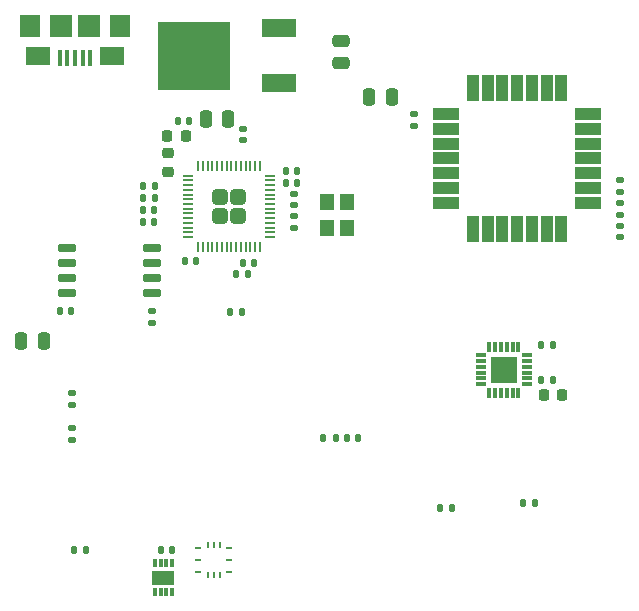
<source format=gtp>
%TF.GenerationSoftware,KiCad,Pcbnew,7.0.7*%
%TF.CreationDate,2023-11-28T10:24:48+01:00*%
%TF.ProjectId,wireless_Slave,77697265-6c65-4737-935f-536c6176652e,rev?*%
%TF.SameCoordinates,PXc751640PY92dda80*%
%TF.FileFunction,Paste,Top*%
%TF.FilePolarity,Positive*%
%FSLAX46Y46*%
G04 Gerber Fmt 4.6, Leading zero omitted, Abs format (unit mm)*
G04 Created by KiCad (PCBNEW 7.0.7) date 2023-11-28 10:24:48*
%MOMM*%
%LPD*%
G01*
G04 APERTURE LIST*
G04 Aperture macros list*
%AMRoundRect*
0 Rectangle with rounded corners*
0 $1 Rounding radius*
0 $2 $3 $4 $5 $6 $7 $8 $9 X,Y pos of 4 corners*
0 Add a 4 corners polygon primitive as box body*
4,1,4,$2,$3,$4,$5,$6,$7,$8,$9,$2,$3,0*
0 Add four circle primitives for the rounded corners*
1,1,$1+$1,$2,$3*
1,1,$1+$1,$4,$5*
1,1,$1+$1,$6,$7*
1,1,$1+$1,$8,$9*
0 Add four rect primitives between the rounded corners*
20,1,$1+$1,$2,$3,$4,$5,0*
20,1,$1+$1,$4,$5,$6,$7,0*
20,1,$1+$1,$6,$7,$8,$9,0*
20,1,$1+$1,$8,$9,$2,$3,0*%
G04 Aperture macros list end*
%ADD10R,0.400000X1.350000*%
%ADD11R,2.100000X1.600000*%
%ADD12R,1.800000X1.900000*%
%ADD13R,1.900000X1.900000*%
%ADD14R,2.300000X1.000000*%
%ADD15R,1.000000X2.300000*%
%ADD16R,0.300000X0.850000*%
%ADD17R,0.850000X0.300000*%
%ADD18R,2.200000X2.200000*%
%ADD19R,0.300000X0.800000*%
%ADD20R,1.900000X1.200000*%
%ADD21R,0.250000X0.500000*%
%ADD22R,0.500000X0.250000*%
%ADD23R,3.000000X1.600000*%
%ADD24R,6.200000X5.800000*%
%ADD25RoundRect,0.250000X0.250000X0.475000X-0.250000X0.475000X-0.250000X-0.475000X0.250000X-0.475000X0*%
%ADD26RoundRect,0.135000X-0.135000X-0.185000X0.135000X-0.185000X0.135000X0.185000X-0.135000X0.185000X0*%
%ADD27RoundRect,0.140000X-0.140000X-0.170000X0.140000X-0.170000X0.140000X0.170000X-0.140000X0.170000X0*%
%ADD28RoundRect,0.135000X0.185000X-0.135000X0.185000X0.135000X-0.185000X0.135000X-0.185000X-0.135000X0*%
%ADD29RoundRect,0.135000X0.135000X0.185000X-0.135000X0.185000X-0.135000X-0.185000X0.135000X-0.185000X0*%
%ADD30RoundRect,0.140000X0.170000X-0.140000X0.170000X0.140000X-0.170000X0.140000X-0.170000X-0.140000X0*%
%ADD31RoundRect,0.140000X0.140000X0.170000X-0.140000X0.170000X-0.140000X-0.170000X0.140000X-0.170000X0*%
%ADD32RoundRect,0.250000X-0.250000X-0.475000X0.250000X-0.475000X0.250000X0.475000X-0.250000X0.475000X0*%
%ADD33RoundRect,0.150000X0.650000X0.150000X-0.650000X0.150000X-0.650000X-0.150000X0.650000X-0.150000X0*%
%ADD34RoundRect,0.135000X-0.185000X0.135000X-0.185000X-0.135000X0.185000X-0.135000X0.185000X0.135000X0*%
%ADD35RoundRect,0.225000X0.225000X0.250000X-0.225000X0.250000X-0.225000X-0.250000X0.225000X-0.250000X0*%
%ADD36RoundRect,0.250000X-0.475000X0.250000X-0.475000X-0.250000X0.475000X-0.250000X0.475000X0.250000X0*%
%ADD37RoundRect,0.249999X0.395001X-0.395001X0.395001X0.395001X-0.395001X0.395001X-0.395001X-0.395001X0*%
%ADD38RoundRect,0.050000X0.050000X-0.387500X0.050000X0.387500X-0.050000X0.387500X-0.050000X-0.387500X0*%
%ADD39RoundRect,0.050000X0.387500X-0.050000X0.387500X0.050000X-0.387500X0.050000X-0.387500X-0.050000X0*%
%ADD40RoundRect,0.140000X-0.170000X0.140000X-0.170000X-0.140000X0.170000X-0.140000X0.170000X0.140000X0*%
%ADD41R,1.200000X1.400000*%
%ADD42RoundRect,0.225000X0.250000X-0.225000X0.250000X0.225000X-0.250000X0.225000X-0.250000X-0.225000X0*%
G04 APERTURE END LIST*
D10*
%TO.C,J2*%
X7200000Y52425000D03*
X6550000Y52425000D03*
X5900000Y52425000D03*
X5250000Y52425000D03*
X4600000Y52425000D03*
D11*
X9000000Y52550000D03*
X2800000Y52550000D03*
D12*
X9700000Y55100000D03*
D13*
X7100000Y55100000D03*
X4700000Y55100000D03*
D12*
X2100000Y55100000D03*
%TD*%
D14*
%TO.C,IC5*%
X37320000Y47630000D03*
X37320000Y46380000D03*
X37320000Y45130000D03*
X37320000Y43880000D03*
X37320000Y42630000D03*
X37320000Y41380000D03*
X37320000Y40130000D03*
D15*
X39570000Y37880000D03*
X40820000Y37880000D03*
X42070000Y37880000D03*
X43320000Y37880000D03*
X44570000Y37880000D03*
X45820000Y37880000D03*
X47070000Y37880000D03*
D14*
X49320000Y40130000D03*
X49320000Y41380000D03*
X49320000Y42630000D03*
X49320000Y43880000D03*
X49320000Y45130000D03*
X49320000Y46380000D03*
X49320000Y47630000D03*
D15*
X47070000Y49880000D03*
X45820000Y49880000D03*
X44570000Y49880000D03*
X43320000Y49880000D03*
X42070000Y49880000D03*
X40820000Y49880000D03*
X39570000Y49880000D03*
%TD*%
D16*
%TO.C,IC4*%
X43440000Y27960000D03*
X42940000Y27960000D03*
X42440000Y27960000D03*
X41940000Y27960000D03*
X41440000Y27960000D03*
X40940000Y27960000D03*
D17*
X40240000Y27260000D03*
X40240000Y26760000D03*
X40240000Y26260000D03*
X40240000Y25760000D03*
X40240000Y25260000D03*
X40240000Y24760000D03*
D16*
X40940000Y24060000D03*
X41440000Y24060000D03*
X41940000Y24060000D03*
X42440000Y24060000D03*
X42940000Y24060000D03*
X43440000Y24060000D03*
D17*
X44140000Y24760000D03*
X44140000Y25260000D03*
X44140000Y25760000D03*
X44140000Y26260000D03*
X44140000Y26760000D03*
X44140000Y27260000D03*
D18*
X42190000Y26010000D03*
%TD*%
D19*
%TO.C,IC3*%
X12630000Y7200000D03*
X13130000Y7200000D03*
X13630000Y7200000D03*
X14130000Y7200000D03*
X14130000Y9600000D03*
X13630000Y9600000D03*
X13130000Y9600000D03*
X12630000Y9600000D03*
D20*
X13380000Y8400000D03*
%TD*%
D21*
%TO.C,IC2*%
X17140000Y8580000D03*
X17640000Y8580000D03*
X18140000Y8580000D03*
D22*
X18940000Y8880000D03*
X18940000Y9880000D03*
X18940000Y10880000D03*
D21*
X18140000Y11180000D03*
X17640000Y11180000D03*
X17140000Y11180000D03*
D22*
X16340000Y10880000D03*
X16340000Y9880000D03*
X16340000Y8880000D03*
%TD*%
D23*
%TO.C,IC1*%
X23180000Y50310000D03*
D24*
X16000000Y52600000D03*
D23*
X23180000Y54890000D03*
%TD*%
D25*
%TO.C,C25*%
X3230000Y28410000D03*
X1330000Y28410000D03*
%TD*%
D26*
%TO.C,R3*%
X11620000Y41525000D03*
X12640000Y41525000D03*
%TD*%
D27*
%TO.C,C5*%
X23765000Y42825000D03*
X24725000Y42825000D03*
%TD*%
D28*
%TO.C,R8*%
X12430000Y29970000D03*
X12430000Y30990000D03*
%TD*%
D26*
%TO.C,R9*%
X5830000Y10700000D03*
X6850000Y10700000D03*
%TD*%
D29*
%TO.C,R12*%
X44830000Y14700000D03*
X43810000Y14700000D03*
%TD*%
D26*
%TO.C,R10*%
X45310000Y28060000D03*
X46330000Y28060000D03*
%TD*%
D30*
%TO.C,C16*%
X24420000Y38020000D03*
X24420000Y38980000D03*
%TD*%
D26*
%TO.C,R4*%
X19030000Y30900000D03*
X20050000Y30900000D03*
%TD*%
D27*
%TO.C,C9*%
X20090000Y35060000D03*
X21050000Y35060000D03*
%TD*%
D31*
%TO.C,C1*%
X29850000Y20180000D03*
X28890000Y20180000D03*
%TD*%
D32*
%TO.C,C2*%
X16950000Y47200000D03*
X18850000Y47200000D03*
%TD*%
D29*
%TO.C,R7*%
X37787500Y14280000D03*
X36767500Y14280000D03*
%TD*%
D31*
%TO.C,C4*%
X12580000Y38475000D03*
X11620000Y38475000D03*
%TD*%
D29*
%TO.C,R1*%
X27950000Y20180000D03*
X26930000Y20180000D03*
%TD*%
D33*
%TO.C,U3*%
X12430000Y32505000D03*
X12430000Y33775000D03*
X12430000Y35045000D03*
X12430000Y36315000D03*
X5230000Y36315000D03*
X5230000Y35045000D03*
X5230000Y33775000D03*
X5230000Y32505000D03*
%TD*%
D26*
%TO.C,R2*%
X11620000Y40500000D03*
X12640000Y40500000D03*
%TD*%
D31*
%TO.C,C12*%
X12580000Y39500000D03*
X11620000Y39500000D03*
%TD*%
D34*
%TO.C,L1*%
X52060000Y40130000D03*
X52060000Y39110000D03*
%TD*%
D35*
%TO.C,C7*%
X15270000Y45825000D03*
X13720000Y45825000D03*
%TD*%
D27*
%TO.C,C11*%
X23765000Y41825000D03*
X24725000Y41825000D03*
%TD*%
D36*
%TO.C,C3*%
X28400000Y53850000D03*
X28400000Y51950000D03*
%TD*%
D37*
%TO.C,U2*%
X18130000Y39030000D03*
X19730000Y39030000D03*
X18130000Y40630000D03*
X19730000Y40630000D03*
D38*
X16330000Y36392500D03*
X16730000Y36392500D03*
X17130000Y36392500D03*
X17530000Y36392500D03*
X17930000Y36392500D03*
X18330000Y36392500D03*
X18730000Y36392500D03*
X19130000Y36392500D03*
X19530000Y36392500D03*
X19930000Y36392500D03*
X20330000Y36392500D03*
X20730000Y36392500D03*
X21130000Y36392500D03*
X21530000Y36392500D03*
D39*
X22367500Y37230000D03*
X22367500Y37630000D03*
X22367500Y38030000D03*
X22367500Y38430000D03*
X22367500Y38830000D03*
X22367500Y39230000D03*
X22367500Y39630000D03*
X22367500Y40030000D03*
X22367500Y40430000D03*
X22367500Y40830000D03*
X22367500Y41230000D03*
X22367500Y41630000D03*
X22367500Y42030000D03*
X22367500Y42430000D03*
D38*
X21530000Y43267500D03*
X21130000Y43267500D03*
X20730000Y43267500D03*
X20330000Y43267500D03*
X19930000Y43267500D03*
X19530000Y43267500D03*
X19130000Y43267500D03*
X18730000Y43267500D03*
X18330000Y43267500D03*
X17930000Y43267500D03*
X17530000Y43267500D03*
X17130000Y43267500D03*
X16730000Y43267500D03*
X16330000Y43267500D03*
D39*
X15492500Y42430000D03*
X15492500Y42030000D03*
X15492500Y41630000D03*
X15492500Y41230000D03*
X15492500Y40830000D03*
X15492500Y40430000D03*
X15492500Y40030000D03*
X15492500Y39630000D03*
X15492500Y39230000D03*
X15492500Y38830000D03*
X15492500Y38430000D03*
X15492500Y38030000D03*
X15492500Y37630000D03*
X15492500Y37230000D03*
%TD*%
D31*
%TO.C,C10*%
X16150000Y35180000D03*
X15190000Y35180000D03*
%TD*%
D40*
%TO.C,C17*%
X24420000Y40880000D03*
X24420000Y39920000D03*
%TD*%
D30*
%TO.C,C20*%
X52060000Y41060000D03*
X52060000Y42020000D03*
%TD*%
D40*
%TO.C,C19*%
X34620000Y47630000D03*
X34620000Y46670000D03*
%TD*%
D41*
%TO.C,Y1*%
X27190000Y40220000D03*
X27190000Y38020000D03*
X28890000Y38020000D03*
X28890000Y40220000D03*
%TD*%
D31*
%TO.C,C15*%
X14130000Y10775000D03*
X13170000Y10775000D03*
%TD*%
D26*
%TO.C,R11*%
X45320000Y25090000D03*
X46340000Y25090000D03*
%TD*%
%TO.C,R5*%
X19540000Y34070000D03*
X20560000Y34070000D03*
%TD*%
D27*
%TO.C,C14*%
X4630000Y30960000D03*
X5590000Y30960000D03*
%TD*%
D35*
%TO.C,C18*%
X47155000Y23830000D03*
X45605000Y23830000D03*
%TD*%
D34*
%TO.C,R32*%
X5675000Y21085000D03*
X5675000Y20065000D03*
%TD*%
D30*
%TO.C,C8*%
X20140000Y45450000D03*
X20140000Y46410000D03*
%TD*%
D42*
%TO.C,C6*%
X13745000Y42775000D03*
X13745000Y44325000D03*
%TD*%
D32*
%TO.C,C24*%
X30800000Y49050000D03*
X32700000Y49050000D03*
%TD*%
D31*
%TO.C,C13*%
X15540000Y47090000D03*
X14580000Y47090000D03*
%TD*%
D40*
%TO.C,C21*%
X52060000Y38190000D03*
X52060000Y37230000D03*
%TD*%
D28*
%TO.C,R31*%
X5675000Y23040000D03*
X5675000Y24060000D03*
%TD*%
M02*

</source>
